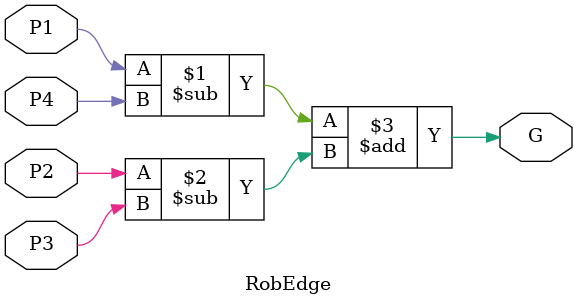
<source format=v>
module RobEdge(G, P1, P2, P3, P4);
output G;
input P1, P2, P3, P4;

assign G = (P1 - P4) + (P2 - P3); //in progress

endmodule

</source>
